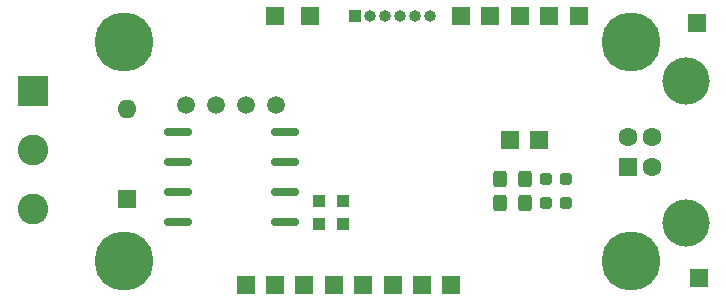
<source format=gbr>
G04 #@! TF.GenerationSoftware,KiCad,Pcbnew,6.0.5*
G04 #@! TF.CreationDate,2023-01-15T17:00:17+03:00*
G04 #@! TF.ProjectId,stm32,73746d33-322e-46b6-9963-61645f706362,rev?*
G04 #@! TF.SameCoordinates,Original*
G04 #@! TF.FileFunction,Soldermask,Bot*
G04 #@! TF.FilePolarity,Negative*
%FSLAX46Y46*%
G04 Gerber Fmt 4.6, Leading zero omitted, Abs format (unit mm)*
G04 Created by KiCad (PCBNEW 6.0.5) date 2023-01-15 17:00:17*
%MOMM*%
%LPD*%
G01*
G04 APERTURE LIST*
G04 Aperture macros list*
%AMRoundRect*
0 Rectangle with rounded corners*
0 $1 Rounding radius*
0 $2 $3 $4 $5 $6 $7 $8 $9 X,Y pos of 4 corners*
0 Add a 4 corners polygon primitive as box body*
4,1,4,$2,$3,$4,$5,$6,$7,$8,$9,$2,$3,0*
0 Add four circle primitives for the rounded corners*
1,1,$1+$1,$2,$3*
1,1,$1+$1,$4,$5*
1,1,$1+$1,$6,$7*
1,1,$1+$1,$8,$9*
0 Add four rect primitives between the rounded corners*
20,1,$1+$1,$2,$3,$4,$5,0*
20,1,$1+$1,$4,$5,$6,$7,0*
20,1,$1+$1,$6,$7,$8,$9,0*
20,1,$1+$1,$8,$9,$2,$3,0*%
G04 Aperture macros list end*
%ADD10C,5.000000*%
%ADD11RoundRect,0.250000X-0.325000X-0.450000X0.325000X-0.450000X0.325000X0.450000X-0.325000X0.450000X0*%
%ADD12R,2.600000X2.600000*%
%ADD13C,2.600000*%
%ADD14R,1.000000X1.000000*%
%ADD15O,1.000000X1.000000*%
%ADD16RoundRect,0.237500X-0.287500X-0.237500X0.287500X-0.237500X0.287500X0.237500X-0.287500X0.237500X0*%
%ADD17R,1.600000X1.600000*%
%ADD18O,1.600000X1.600000*%
%ADD19RoundRect,0.162500X1.012500X0.162500X-1.012500X0.162500X-1.012500X-0.162500X1.012500X-0.162500X0*%
%ADD20C,1.500000*%
%ADD21C,1.600000*%
%ADD22C,4.000000*%
%ADD23R,1.500000X1.500000*%
G04 APERTURE END LIST*
D10*
X74500000Y-53500000D03*
X117500000Y-53500000D03*
X117500000Y-72000000D03*
X74500000Y-72000000D03*
D11*
X106408000Y-67157600D03*
X108458000Y-67157600D03*
X106408000Y-65074800D03*
X108458000Y-65074800D03*
D12*
X66802000Y-57658000D03*
D13*
X66802000Y-62658000D03*
X66802000Y-67658000D03*
D14*
X94132400Y-51308000D03*
D15*
X95402400Y-51308000D03*
X96672400Y-51308000D03*
X97942400Y-51308000D03*
X99212400Y-51308000D03*
X100482400Y-51308000D03*
D16*
X110236000Y-67157600D03*
X111986000Y-67157600D03*
X110236000Y-65074800D03*
X111986000Y-65074800D03*
D17*
X74828400Y-66751200D03*
D18*
X74828400Y-59131200D03*
D19*
X88154500Y-61087000D03*
X88154500Y-63627000D03*
X88154500Y-66167000D03*
X88154500Y-68707000D03*
X79104500Y-68707000D03*
X79104500Y-66167000D03*
X79104500Y-63627000D03*
X79104500Y-61087000D03*
D20*
X87439500Y-58801000D03*
X84899500Y-58801000D03*
X82359500Y-58801000D03*
X79819500Y-58801000D03*
D17*
X117221000Y-64071500D03*
D21*
X117221000Y-61571500D03*
X119221000Y-61571500D03*
X119221000Y-64071500D03*
D22*
X122081000Y-68821500D03*
X122081000Y-56821500D03*
D23*
X99771200Y-74066400D03*
X87325200Y-51257200D03*
X103076000Y-51308000D03*
X105562400Y-51308000D03*
X113030000Y-51308000D03*
D14*
X93065600Y-66954400D03*
D23*
X97282000Y-74066400D03*
D14*
X91084400Y-66954400D03*
D23*
X89814400Y-74066400D03*
X94792800Y-74066400D03*
X109677200Y-61772800D03*
X123190000Y-73507600D03*
D14*
X93065600Y-68935600D03*
D23*
X87325200Y-74066400D03*
X108051600Y-51308000D03*
X107188000Y-61772800D03*
X84836000Y-74066400D03*
X92303600Y-74066400D03*
D14*
X91084400Y-68935600D03*
D23*
X102260400Y-74066400D03*
X110540800Y-51308000D03*
X90322400Y-51257200D03*
X123037600Y-51866800D03*
M02*

</source>
